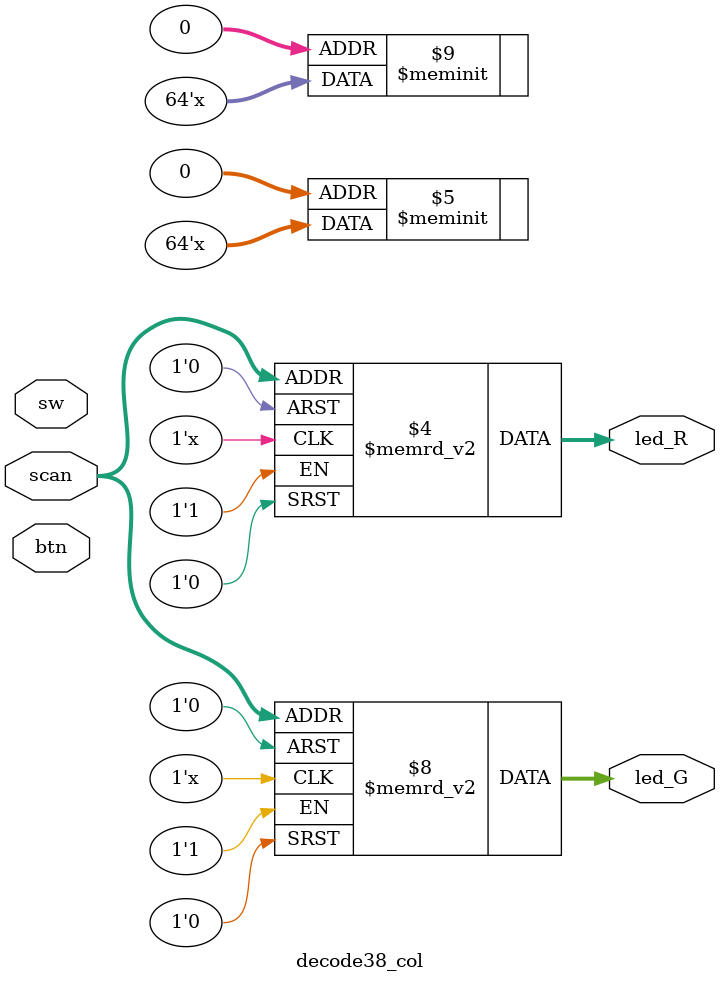
<source format=v>
module decode38_col 

(scan,led_R,led_G,btn,sw);
 
	input [2:0] scan;//输入的扫描变量，和行扫描保持一致
	input [6:0]btn;//按钮信号
	input [1:0]sw;//拨管开关信号
	
	output [7:0] led_R;						//输出列译码信号
	output [7:0] led_G;
 
        reg [7:0] led_R;//定义为reg型变量，在always过程块中只能对reg型变量赋值
		  reg [7:0] led_G;
		  reg [7:0]image_R7;
		  reg [7:0]image_R6;
		  reg [7:0]image_R5;
		  reg [7:0]image_R4;
		  reg [7:0]image_R3;
		  reg [7:0]image_R2;
		  reg [7:0]image_R1;
		  reg [7:0]image_R0;
		  reg [7:0]image_G7;
		  reg [7:0]image_G6;
		  reg [7:0]image_G5;
		  reg [7:0]image_G4;
		  reg [7:0]image_G3;
		  reg [7:0]image_G2;
		  reg [7:0]image_G1;
		  reg [7:0]image_G0;

 
        //always过程块，括号中scan为敏感变量，当scan变化一次执行一次always中所有语句，否则保持不变
	always @ (scan)
	begin
		case(sw)//先判断拨码开关状态
					2'b00:begin //低音
							image_R7<=0;//低音只显示绿色led
							image_R6<=0;
							image_R5<=0;
							image_R4<=0;
							image_R3<=0;
							image_R2<=0;
							image_R1<=0;
							image_R0<=0;
							case(btn)//判断按钮状态
								7'b1000_000:begin image_G7<=8'b0111_1110;image_G6<=8'b0111_1110;image_G5<=8'b0011_1110;image_G4<=8'b0001_1110;
														image_G3<=8'b0000_1110;image_G2<=8'b0000_0110;image_G1<=8'b0000_0010;image_G0<=8'b0000_0000;end
									
								7'b0100_000:begin image_G7<=8'b1011_1110;image_G6<=8'b0011_1110;image_G5<=8'b0011_1110;image_G4<=8'b0001_1110;image_G3<=8'b0000_1110;
														image_G2<=8'b0000_0110;image_G1<=8'b0000_0010;image_G0<=8'b0000_0000;end
								
								7'b0010_000:begin image_G7<=8'b1101_1110;image_G6<=8'b0101_1110;image_G5<=8'b0001_1110;image_G4<=8'b0001_1110;image_G3<=8'b0000_1110;
														image_G2<=8'b0000_0110;image_G1<=8'b0000_0010;image_G0<=8'b0000_0000;end
									
								7'b0001_000:begin image_G7<=8'b1110_1110;image_G6<=8'b0110_1110;image_G5<=8'b0010_1110;image_G4<=8'b0000_1110;image_G3<=8'b0000_1110;
														image_G2<=8'b0000_0110;image_G1<=8'b0000_0010;image_G0<=8'b0000_0000;end
								
								7'b0000_100:begin image_G7<=8'b1111_0110;image_G6<=8'b0111_0110;image_G5<=8'b0011_0110;image_G4<=8'b0001_0110;
														image_G3<=8'b0000_0110;image_G2<=8'b0000_0110;image_G1<=8'b0000_0010;image_G0<=8'b0000_0000;end
								
								7'b0000_010:begin image_G7<=8'b1111_1010;image_G6<=8'b0111_1010;image_G5<=8'b0011_1010;image_G4<=8'b0001_1010;
														image_G3<=8'b0000_1010;image_G2<=8'b0000_0010;image_G1<=8'b0000_0010;image_G0<=8'b0000_0000;end
									
								7'b0000_001:begin image_G7<=8'b1111_1100;image_G6<=8'b0111_1100;image_G5<=8'b0011_1100;image_G4<=8'b0001_1100;
														image_G3<=8'b0000_1100;image_G2<=8'b0000_0100;image_G1<=8'b0000_0000;image_G0<=8'b0000_0000;end
								
								7'b0000_000:begin image_G7<=8'b1111_1110;image_G6<=8'b0111_1110;image_G5<=8'b0011_1110;image_G4<=8'b0001_1110;image_G3<=8'b0000_1110;
														image_G2<=8'b0000_0110;image_G1<=8'b0000_0010;image_G0<=8'b0000_0000;end //复位
								default:;
							endcase
							end
							
					2'b11:begin //高音
							case(btn)//高音显示黄色和绿色led
								7'b1000_000:begin image_R7<=8'b0111_1110;image_R6<=8'b0111_1110;image_R5<=8'b0011_1110;image_R4<=8'b0001_1110;image_R3<=8'b0000_1110;
														image_R2<=8'b0000_0110;image_R1<=8'b0000_0010;image_R0<=8'b0000_0000;
														image_G7<=8'b0111_1110;image_G6<=8'b0111_1110;image_G5<=8'b0011_1110;image_G4<=8'b0001_1110;image_G3<=8'b0000_1110;
														image_G2<=8'b0000_0110;image_G1<=8'b0000_0010;image_G0<=8'b0000_0000;end
									
								7'b0100_000:begin image_R7<=8'b1011_1110;image_R6<=8'b0011_1110;image_R5<=8'b0011_1110;image_R4<=8'b0001_1110;image_R3<=8'b0000_1110;
														image_R2<=8'b0000_0110;image_R1<=8'b0000_0010;image_R0<=8'b0000_0000;
														image_G7<=8'b1011_1110;image_G6<=8'b0011_1110;image_G5<=8'b0011_1110;image_G4<=8'b0001_1110;image_G3<=8'b0000_1110;
														image_G2<=8'b0000_0110;image_G1<=8'b0000_0010;image_G0<=8'b0000_0000;end
								
								7'b0010_000:begin image_R7<=8'b1101_1110;image_R6<=8'b0101_1110;image_R5<=8'b0001_1110;image_R4<=8'b0001_1110;image_R3<=8'b0000_1110;
														image_R2<=8'b0000_0110;image_R1<=8'b0000_0010;image_R0<=8'b0000_0000;
														image_G7<=8'b1101_1110;image_G6<=8'b0101_1110;image_G5<=8'b0001_1110;image_G4<=8'b0001_1110;image_G3<=8'b0000_1110;
														image_G2<=8'b0000_0110;image_G1<=8'b0000_0010;image_G0<=8'b0000_0000;end
									
								7'b0001_000:begin image_R7<=8'b1110_1110;image_R6<=8'b0110_1110;image_R5<=8'b0010_1110;image_R4<=8'b0000_1110;image_R3<=8'b0000_1110;
														image_R2<=8'b0000_0110;image_R1<=8'b0000_0010;image_R0<=8'b0000_0000;
														image_G7<=8'b1110_1110;image_G6<=8'b0110_1110;image_G5<=8'b0010_1110;image_G4<=8'b0000_1110;image_G3<=8'b0000_1110;
														image_G2<=8'b0000_0110;image_G1<=8'b0000_0010;image_G0<=8'b0000_0000;end
								
								7'b0000_100:begin image_R7<=8'b1111_0110;image_R6<=8'b0111_0110;image_R5<=8'b0011_0110;image_R4<=8'b0001_0110;
														image_R3<=8'b0000_0110;image_R2<=8'b0000_0110;image_R1<=8'b0000_0010;image_R0<=8'b0000_0000;
														image_G7<=8'b1111_0110;image_G6<=8'b0111_0110;image_G5<=8'b0011_0110;image_G4<=8'b0001_0110;
														image_G3<=8'b0000_0110;image_G2<=8'b0000_0110;image_G1<=8'b0000_0010;image_G0<=8'b0000_0000;end
								
								7'b0000_010:begin image_R7<=8'b1111_1010;image_R6<=8'b0111_1010;image_R5<=8'b0011_1010;image_R4<=8'b0001_1010;
														image_R3<=8'b0000_1010;image_R2<=8'b0000_0010;image_R1<=8'b0000_0010;image_R0<=8'b0000_0000;
														image_G7<=8'b1111_1010;image_G6<=8'b0111_1010;image_G5<=8'b0011_1010;image_G4<=8'b0001_1010;
														image_G3<=8'b0000_1010;image_G2<=8'b0000_0010;image_G1<=8'b0000_0010;image_G0<=8'b0000_0000;end
									
								7'b0000_001:begin image_R7<=8'b1111_1100;image_R6<=8'b0111_1100;image_R5<=8'b0011_1100;image_R4<=8'b0001_1100;
														image_R3<=8'b0000_1100;image_R2<=8'b0000_0100;image_R1<=8'b0000_0000;image_R0<=8'b0000_0000;
														image_G7<=8'b1111_1100;image_G6<=8'b0111_1100;image_G5<=8'b0011_1100;image_G4<=8'b0001_1100;
														image_G3<=8'b0000_1100;image_G2<=8'b0000_0100;image_G1<=8'b0000_0000;image_G0<=8'b0000_0000;end
								
								7'b0000_000:begin image_R7<=8'b1111_1110;image_R6<=8'b0111_1110;image_R5<=8'b0011_1110;image_R4<=8'b0001_1110;image_R3<=8'b0000_1110;
														image_R2<=8'b0000_0110;image_R1<=8'b0000_0010;image_R0<=8'b0000_0000;
														image_G7<=8'b1111_1110;image_G6<=8'b0111_1110;image_G5<=8'b0011_1110;image_G4<=8'b0001_1110;image_G3<=8'b0000_1110;
														image_G2<=8'b0000_0110;image_G1<=8'b0000_0010;image_G0<=8'b0000_0000;end //复位
								7'b0000_110:begin image_G7<=8'b1111_1010;image_G6<=8'b0111_1010;image_G5<=8'b0011_1010;image_G4<=8'b0001_1010;image_G3<=8'b0000_1010;
														image_G2<=8'b0000_0010;image_G1<=8'b0000_0010;image_G0<=8'b0000_0000;
														image_R7<=8'b1111_1010;image_R6<=8'b0111_1010;image_R5<=8'b0011_1010;image_R4<=8'b0001_1010;image_R3<=8'b0000_1010;
														image_R2<=8'b0000_0010;image_R1<=8'b0000_0010;image_R0<=8'b0000_0000;end //复位
								default:;
							endcase
							end
							
					default:begin //中音
							image_G7<=0;
							image_G6<=0;
							image_G5<=0;
							image_G4<=0;
							image_G3<=0;
							image_G2<=0;
							image_G1<=0;
							image_G0<=0;
							case(btn)//中音只显示红色led
								7'b1000_000:begin image_R7<=8'b0111_1110;image_R6<=8'b0111_1110;image_R5<=8'b0011_1110;image_R4<=8'b0001_1110;image_R3<=8'b0000_1110;
														image_R2<=8'b0000_0110;image_R1<=8'b0000_0010;image_R0<=8'b0000_0000;end
									
								7'b0100_000:begin image_R7<=8'b1011_1110;image_R6<=8'b0011_1110;image_R5<=8'b0011_1110;image_R4<=8'b0001_1110;image_R3<=8'b0000_1110;
														image_R2<=8'b0000_0110;image_R1<=8'b0000_0010;image_R0<=8'b0000_0000;end
								
								7'b0010_000:begin image_R7<=8'b1101_1110;image_R6<=8'b0101_1110;image_R5<=8'b0001_1110;image_R4<=8'b0001_1110;image_R3<=8'b0000_1110;
														image_R2<=8'b0000_0110;image_R1<=8'b0000_0010;image_R0<=8'b0000_0000;end
									
								7'b0001_000:begin image_R7<=8'b1110_1110;image_R6<=8'b0110_1110;image_R5<=8'b0010_1110;image_R4<=8'b0000_1110;image_R3<=8'b0000_1110;
														image_R2<=8'b0000_0110;image_R1<=8'b0000_0010;image_R0<=8'b0000_0000;end
								
								7'b0000_100:begin image_R7<=8'b1111_0110;image_R6<=8'b0111_0110;image_R5<=8'b0011_0110;image_R4<=8'b0001_0110;
														image_R3<=8'b0000_0110;image_R2<=8'b0000_0110;image_R1<=8'b0000_0010;image_R0<=8'b0000_0000;end
								
								7'b0000_010:begin image_R7<=8'b1111_1010;image_R6<=8'b0111_1010;image_R5<=8'b0011_1010;image_R4<=8'b0001_1010;
														image_R3<=8'b0000_1010;image_R2<=8'b0000_0010;image_R1<=8'b0000_0010;image_R0<=8'b0000_0000;end
									
								7'b0000_001:begin image_R7<=8'b1111_1100;image_R6<=8'b0111_1100;image_R5<=8'b0011_1100;image_R4<=8'b0001_1100;
														image_R3<=8'b0000_1100;image_R2<=8'b0000_0100;image_R1<=8'b0000_0000;image_R0<=8'b0000_0000;end
								
								7'b0000_000:begin image_R7<=8'b1111_1110;image_R6<=8'b0111_1110;image_R5<=8'b0011_1110;image_R4<=8'b0001_1110;image_R3<=8'b0000_1110;
														image_R2<=8'b0000_0110;image_R1<=8'b0000_0010;image_R0<=8'b0000_0000;end //复位
								7'b0000_110:begin image_R7<=8'b1111_1010;image_R6<=8'b0111_1010;image_R5<=8'b0011_1010;image_R4<=8'b0001_1010;image_R3<=8'b0000_1010;
														image_R2<=8'b0000_0010;image_R1<=8'b0000_0010;image_R0<=8'b0000_0000;end //复位
								default:;
							endcase
							end
		endcase
		
		
		case(scan)  //扫描参数scan和行扫描同步                                              					
			3'b000:		led_R<=image_R0; 
			3'b001:		led_R<=image_R1;
			3'b010:		led_R<=image_R2;	
			3'b011:		led_R<=image_R3;	
			3'b100:		led_R<=image_R4;
			3'b101:		led_R<=image_R5;	
			3'b110: 		led_R<=image_R6;	
			3'b111:		led_R<=image_R7;		
			default: ;
		endcase
		case(scan)                                                
			3'b000:			led_G<=image_G0;  
			3'b001:	   	led_G<=image_G1;  
			3'b010:			led_G<=image_G2;
			3'b011:			led_G<=image_G3;
			3'b100:			led_G<=image_G4;
			3'b101:			led_G<=image_G5;
			3'b110: 			led_G<=image_G6;
			3'b111:	 		led_G<=image_G7;
			default: ;
		endcase
	end
	
endmodule

</source>
